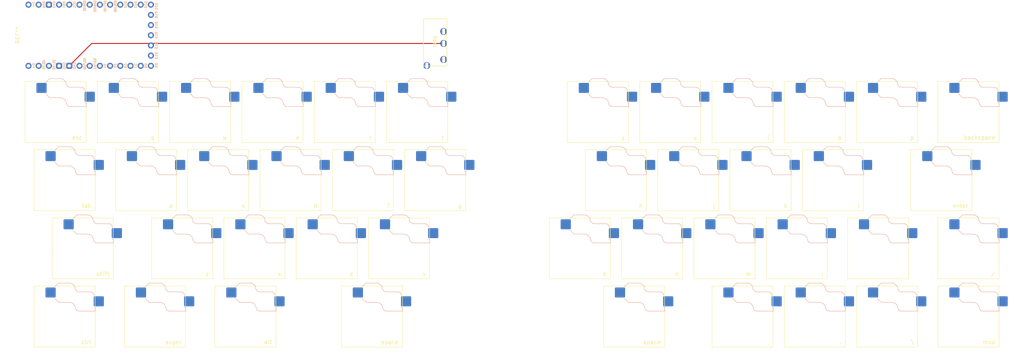
<source format=kicad_pcb>
(kicad_pcb (version 20211014) (generator pcbnew)
  (title_block (title "floppa40") (company "gosher studios"))
  (layers (0 "F.Cu" signal) (31 "B.Cu" signal) (34 "B.Paste" user) (35 "F.Paste" user) (36 "B.SilkS" user "B.Silkscreen") (37 "F.SilkS" user "F.Silkscreen") (38 "B.Mask" user) (39 "F.Mask" user) (44 "Edge.Cuts" user))
  (net 0 "")
  (footprint "kailh:SW_Hotswap_Kailh_Choc_V1V2_1.00u" (layer "F.Cu") (at 166.5 74.375)
    (fp_text reference "y")
    (fp_text value "SW_Hotswap_Kailh_Choc_V1V2_1.00u")
  )
  (footprint "kailh:SW_Hotswap_Kailh_Choc_V1V2_1.00u" (layer "F.Cu") (at 216 108.375)
    (fp_text reference ";")
    (fp_text value "SW_Hotswap_Kailh_Choc_V1V2_1.00u")
  )
  (footprint "kailh:SW_Hotswap_Kailh_Choc_V1V2_1.00u" (layer "F.Cu") (at 207 91.375)
    (fp_text reference "k")
    (fp_text value "SW_Hotswap_Kailh_Choc_V1V2_1.00u")
  )
  (footprint "kailh:SW_Hotswap_Kailh_Choc_V1V2_1.00u" (layer "F.Cu") (at 31.5 74.375)
    (fp_text reference "esc")
    (fp_text value "SW_Hotswap_Kailh_Choc_V1V2_1.00u")
  )
  (footprint "kailh:SW_Hotswap_Kailh_Choc_V1V2_1.00u" (layer "F.Cu") (at 67.5 74.375)
    (fp_text reference "w")
    (fp_text value "SW_Hotswap_Kailh_Choc_V1V2_1.00u")
  )
  (footprint "kailh:SW_Hotswap_Kailh_Choc_V1V2_2.00u" (layer "F.Cu") (at 175.5 125.375)
    (fp_text reference "space")
    (fp_text value "SW_Hotswap_Kailh_Choc_V1V2_2.00u")
  )
  (footprint "kailh:SW_Hotswap_Kailh_Choc_V1V2_1.00u" (layer "F.Cu") (at 202.5 74.375)
    (fp_text reference "i")
    (fp_text value "SW_Hotswap_Kailh_Choc_V1V2_1.00u")
  )
  (footprint "kailh:SW_Hotswap_Kailh_Choc_V1V2_1.00u" (layer "F.Cu") (at 238.5 74.375)
    (fp_text reference "p")
    (fp_text value "SW_Hotswap_Kailh_Choc_V1V2_1.00u")
  )
  (footprint "kailh:SW_Hotswap_Kailh_Choc_V1V2_1.00u" (layer "F.Cu") (at 117 108.375)
    (fp_text reference "v")
    (fp_text value "SW_Hotswap_Kailh_Choc_V1V2_1.00u")
  )
  (footprint "kailh:SW_Hotswap_Kailh_Choc_V1V2_1.00u" (layer "F.Cu") (at 198 108.375)
    (fp_text reference "m")
    (fp_text value "SW_Hotswap_Kailh_Choc_V1V2_1.00u")
  )
  (footprint "kailh:SW_Hotswap_Kailh_Choc_V1V2_1.25u" (layer "F.Cu") (at 78.75 125.375)
    (fp_text reference "alt")
    (fp_text value "SW_Hotswap_Kailh_Choc_V1V2_1.25u")
  )
  (footprint "kailh:SW_Hotswap_Kailh_Choc_V1V2_1.00u" (layer "F.Cu") (at 184.5 74.375)
    (fp_text reference "u")
    (fp_text value "SW_Hotswap_Kailh_Choc_V1V2_1.00u")
  )
  (footprint "kailh:SW_Hotswap_Kailh_Choc_V1V2_1.00u" (layer "F.Cu") (at 126 91.375)
    (fp_text reference "g")
    (fp_text value "SW_Hotswap_Kailh_Choc_V1V2_1.00u")
  )
  (footprint "kailh:SW_Hotswap_Kailh_Choc_V1V2_1.00u" (layer "F.Cu") (at 103.5 74.375)
    (fp_text reference "r")
    (fp_text value "SW_Hotswap_Kailh_Choc_V1V2_1.00u")
  )
  (footprint "kailh:SW_Hotswap_Kailh_Choc_V1V2_1.00u" (layer "F.Cu") (at 63 108.375)
    (fp_text reference "z")
    (fp_text value "SW_Hotswap_Kailh_Choc_V1V2_1.00u")
  )
  (footprint "kailh:SW_Hotswap_Kailh_Choc_V1V2_1.00u" (layer "F.Cu") (at 238.5 125.375)
    (fp_text reference "\\")
    (fp_text value "SW_Hotswap_Kailh_Choc_V1V2_1.00u")
  )
  (footprint "kailh:SW_Hotswap_Kailh_Choc_V1V2_1.25u" (layer "F.Cu") (at 236.25 108.375)
    (fp_text reference "'")
    (fp_text value "SW_Hotswap_Kailh_Choc_V1V2_1.25u")
  )
  (footprint "kailh:SW_Hotswap_Kailh_Choc_V1V2_1.00u" (layer "F.Cu") (at 225 91.375)
    (fp_text reference "l")
    (fp_text value "SW_Hotswap_Kailh_Choc_V1V2_1.00u")
  )
  (footprint "kailh:SW_Hotswap_Kailh_Choc_V1V2_1.00u" (layer "F.Cu") (at 85.5 74.375)
    (fp_text reference "e")
    (fp_text value "SW_Hotswap_Kailh_Choc_V1V2_1.00u")
  )
  (footprint "kailh:SW_Hotswap_Kailh_Choc_V1V2_2.25u" (layer "F.Cu") (at 110.25 125.375)
    (fp_text reference "space")
    (fp_text value "SW_Hotswap_Kailh_Choc_V1V2_2.25u")
  )
  (footprint "kailh:SW_Hotswap_Kailh_Choc_V1V2_1.25u" (layer "F.Cu") (at 56.25 125.375)
    (fp_text reference "super")
    (fp_text value "SW_Hotswap_Kailh_Choc_V1V2_1.25u")
  )
  (footprint "kailh:SW_Hotswap_Kailh_Choc_V1V2_1.00u" (layer "F.Cu") (at 162 108.375)
    (fp_text reference "b")
    (fp_text value "SW_Hotswap_Kailh_Choc_V1V2_1.00u")
  )
  (footprint "kailh:SW_Hotswap_Kailh_Choc_V1V2_1.00u" (layer "F.Cu") (at 99 108.375)
    (fp_text reference "c")
    (fp_text value "SW_Hotswap_Kailh_Choc_V1V2_1.00u")
  )
  (footprint "kailh:SW_Hotswap_Kailh_Choc_V1V2_1.00u" (layer "F.Cu") (at 180 108.375)
    (fp_text reference "n")
    (fp_text value "SW_Hotswap_Kailh_Choc_V1V2_1.00u")
  )
  (footprint "kailh:SW_Hotswap_Kailh_Choc_V1V2_1.00u" (layer "F.Cu") (at 121.5 74.375)
    (fp_text reference "t")
    (fp_text value "SW_Hotswap_Kailh_Choc_V1V2_1.00u")
  )
  (footprint "kailh:SW_Hotswap_Kailh_Choc_V1V2_1.00u" (layer "F.Cu") (at 49.5 74.375)
    (fp_text reference "q")
    (fp_text value "SW_Hotswap_Kailh_Choc_V1V2_1.00u")
  )
  (footprint "kailh:SW_Hotswap_Kailh_Choc_V1V2_1.25u" (layer "F.Cu") (at 258.75 125.375)
    (fp_text reference "mod")
    (fp_text value "SW_Hotswap_Kailh_Choc_V1V2_1.25u")
  )
  (footprint "kailh:SW_Hotswap_Kailh_Choc_V1V2_1.00u" (layer "F.Cu") (at 171 91.375)
    (fp_text reference "h")
    (fp_text value "SW_Hotswap_Kailh_Choc_V1V2_1.00u")
  )
  (footprint "42keebs-kicad:PinHeader_2x13+5_P2.54mm_Vertical_Elite-C" (layer "F.Cu") (at 24.75 55.25 90)
    (fp_text reference "REF**")
    (fp_text value "Right" hide)
  )
  (footprint "kailh:SW_Hotswap_Kailh_Choc_V1V2_1.00u" (layer "F.Cu") (at 54 91.375)
    (fp_text reference "a")
    (fp_text value "SW_Hotswap_Kailh_Choc_V1V2_1.00u")
  )
  (footprint "kailh:SW_Hotswap_Kailh_Choc_V1V2_1.00u" (layer "F.Cu") (at 220.5 74.375)
    (fp_text reference "o")
    (fp_text value "SW_Hotswap_Kailh_Choc_V1V2_1.00u")
  )
  (footprint "kailh:SW_Hotswap_Kailh_Choc_V1V2_1.00u" (layer "F.Cu") (at 81 108.375)
    (fp_text reference "x")
    (fp_text value "SW_Hotswap_Kailh_Choc_V1V2_1.00u")
  )
  (footprint "kailh:SW_Hotswap_Kailh_Choc_V1V2_1.00u" (layer "F.Cu") (at 220.5 125.375)
    (fp_text reference ".")
    (fp_text value "SW_Hotswap_Kailh_Choc_V1V2_1.00u")
  )
  (footprint "kailh:SW_Hotswap_Kailh_Choc_V1V2_1.00u" (layer "F.Cu") (at 189 91.375)
    (fp_text reference "j")
    (fp_text value "SW_Hotswap_Kailh_Choc_V1V2_1.00u")
  )
  (footprint "kailh:SW_Hotswap_Kailh_Choc_V1V2_1.25u" (layer "F.Cu") (at 33.75 91.375)
    (fp_text reference "tab")
    (fp_text value "SW_Hotswap_Kailh_Choc_V1V2_1.25u")
  )
  (footprint "kailh:SW_Hotswap_Kailh_Choc_V1V2_1.75u" (layer "F.Cu") (at 38.25 108.375)
    (fp_text reference "shift")
    (fp_text value "SW_Hotswap_Kailh_Choc_V1V2_1.75u")
  )
  (footprint "kailh:SW_Hotswap_Kailh_Choc_V1V2_1.25u" (layer "F.Cu") (at 258.75 74.375)
    (fp_text reference "backspace")
    (fp_text value "SW_Hotswap_Kailh_Choc_V1V2_1.25u")
  )
  (footprint "kailh:SW_Hotswap_Kailh_Choc_V1V2_1.25u" (layer "F.Cu") (at 33.75 125.375)
    (fp_text reference "ctrl")
    (fp_text value "SW_Hotswap_Kailh_Choc_V1V2_1.25u")
  )
  (footprint "kailh:SW_Hotswap_Kailh_Choc_V1V2_1.00u" (layer "F.Cu") (at 202.5 125.375)
    (fp_text reference ",")
    (fp_text value "SW_Hotswap_Kailh_Choc_V1V2_1.00u")
  )
  (footprint "kailh:SW_Hotswap_Kailh_Choc_V1V2_1.25u" (layer "F.Cu") (at 258.75 108.375)
    (fp_text reference "/")
    (fp_text value "SW_Hotswap_Kailh_Choc_V1V2_1.25u")
  )
  (footprint "kailh:SW_Hotswap_Kailh_Choc_V1V2_2.00u" (layer "F.Cu") (at 252 91.375)
    (fp_text reference "enter")
    (fp_text value "SW_Hotswap_Kailh_Choc_V1V2_2.00u")
  )
  (footprint "kailh:SW_Hotswap_Kailh_Choc_V1V2_1.00u" (layer "F.Cu") (at 90 91.375)
    (fp_text reference "d")
    (fp_text value "SW_Hotswap_Kailh_Choc_V1V2_1.00u")
  )
  (footprint "42keebs-kicad:PJ-320A" (layer "F.Cu") (at 126 51)
    (fp_text reference "J1")
    (fp_text value "MJ-4PP-9" hide)
  )
  (footprint "kailh:SW_Hotswap_Kailh_Choc_V1V2_1.00u" (layer "F.Cu") (at 72 91.375)
    (fp_text reference "s")
    (fp_text value "SW_Hotswap_Kailh_Choc_V1V2_1.00u")
  )
  (footprint "kailh:SW_Hotswap_Kailh_Choc_V1V2_1.00u" (layer "F.Cu") (at 108 91.375)
    (fp_text reference "f")
    (fp_text value "SW_Hotswap_Kailh_Choc_V1V2_1.00u")
  )
  (segment (start 34.91 62.87) (end 40.48 57.3) (width 0.25) (layer "F.Cu") (net 0))
  (segment (start 40.48 57.3) (end 128.1 57.3) (width 0.25) (layer "F.Cu") (net 0))
)
</source>
